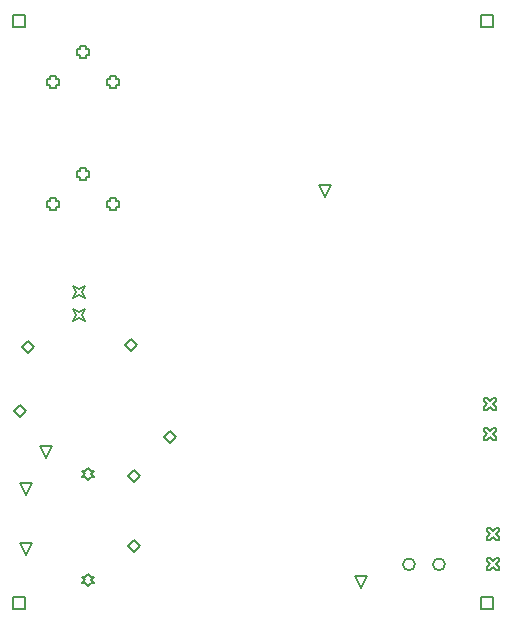
<source format=gbr>
%TF.GenerationSoftware,Altium Limited,Altium Designer,20.0.10 (225)*%
G04 Layer_Color=2752767*
%FSLAX26Y26*%
%MOIN*%
%TF.FileFunction,Drawing*%
%TF.Part,Single*%
G01*
G75*
%TA.AperFunction,NonConductor*%
%ADD74C,0.005000*%
%ADD75C,0.006667*%
D74*
X4930000Y1090000D02*
Y1130000D01*
X4970000D01*
Y1090000D01*
X4930000D01*
X3370000D02*
Y1130000D01*
X3410000D01*
Y1090000D01*
X3370000D01*
X4930000Y3030000D02*
Y3070000D01*
X4970000D01*
Y3030000D01*
X4930000D01*
X3370000D02*
Y3070000D01*
X3410000D01*
Y3030000D01*
X3370000D01*
X3480000Y1595000D02*
X3460000Y1635000D01*
X3500000D01*
X3480000Y1595000D01*
X4530000Y1160000D02*
X4510000Y1200000D01*
X4550000D01*
X4530000Y1160000D01*
X4410000Y2465000D02*
X4390000Y2505000D01*
X4430000D01*
X4410000Y2465000D01*
X3415000Y1270000D02*
X3395000Y1310000D01*
X3435000D01*
X3415000Y1270000D01*
Y1470000D02*
X3395000Y1510000D01*
X3435000D01*
X3415000Y1470000D01*
X3620000Y1167835D02*
X3630000Y1177835D01*
X3640000D01*
X3630000Y1187835D01*
X3640000Y1197835D01*
X3630000D01*
X3620000Y1207835D01*
X3610000Y1197835D01*
X3600000D01*
X3610000Y1187835D01*
X3600000Y1177835D01*
X3610000D01*
X3620000Y1167835D01*
Y1522165D02*
X3630000Y1532165D01*
X3640000D01*
X3630000Y1542165D01*
X3640000Y1552165D01*
X3630000D01*
X3620000Y1562165D01*
X3610000Y1552165D01*
X3600000D01*
X3610000Y1542165D01*
X3600000Y1532165D01*
X3610000D01*
X3620000Y1522165D01*
X3570728Y2129370D02*
X3580728Y2149370D01*
X3570728Y2169370D01*
X3590728Y2159370D01*
X3610728Y2169370D01*
X3600728Y2149370D01*
X3610728Y2129370D01*
X3590728Y2139370D01*
X3570728Y2129370D01*
Y2050630D02*
X3580728Y2070630D01*
X3570728Y2090630D01*
X3590728Y2080630D01*
X3610728Y2090630D01*
X3600728Y2070630D01*
X3610728Y2050630D01*
X3590728Y2060630D01*
X3570728Y2050630D01*
X3495000Y2836378D02*
Y2826378D01*
X3515000D01*
Y2836378D01*
X3525000D01*
Y2856378D01*
X3515000D01*
Y2866378D01*
X3495000D01*
Y2856378D01*
X3485000D01*
Y2836378D01*
X3495000D01*
X3595000Y2936378D02*
Y2926378D01*
X3615000D01*
Y2936378D01*
X3625000D01*
Y2956378D01*
X3615000D01*
Y2966378D01*
X3595000D01*
Y2956378D01*
X3585000D01*
Y2936378D01*
X3595000D01*
X3695000Y2836378D02*
Y2826378D01*
X3715000D01*
Y2836378D01*
X3725000D01*
Y2856378D01*
X3715000D01*
Y2866378D01*
X3695000D01*
Y2856378D01*
X3685000D01*
Y2836378D01*
X3695000D01*
X3495000Y2430000D02*
Y2420000D01*
X3515000D01*
Y2430000D01*
X3525000D01*
Y2450000D01*
X3515000D01*
Y2460000D01*
X3495000D01*
Y2450000D01*
X3485000D01*
Y2430000D01*
X3495000D01*
X3595000Y2530000D02*
Y2520000D01*
X3615000D01*
Y2530000D01*
X3625000D01*
Y2550000D01*
X3615000D01*
Y2560000D01*
X3595000D01*
Y2550000D01*
X3585000D01*
Y2530000D01*
X3595000D01*
X3695000Y2430000D02*
Y2420000D01*
X3715000D01*
Y2430000D01*
X3725000D01*
Y2450000D01*
X3715000D01*
Y2460000D01*
X3695000D01*
Y2450000D01*
X3685000D01*
Y2430000D01*
X3695000D01*
X4950000Y1320000D02*
X4960000D01*
X4970000Y1330000D01*
X4980000Y1320000D01*
X4990000D01*
Y1330000D01*
X4980000Y1340000D01*
X4990000Y1350000D01*
Y1360000D01*
X4980000D01*
X4970000Y1350000D01*
X4960000Y1360000D01*
X4950000D01*
Y1350000D01*
X4960000Y1340000D01*
X4950000Y1330000D01*
Y1320000D01*
Y1220000D02*
X4960000D01*
X4970000Y1230000D01*
X4980000Y1220000D01*
X4990000D01*
Y1230000D01*
X4980000Y1240000D01*
X4990000Y1250000D01*
Y1260000D01*
X4980000D01*
X4970000Y1250000D01*
X4960000Y1260000D01*
X4950000D01*
Y1250000D01*
X4960000Y1240000D01*
X4950000Y1230000D01*
Y1220000D01*
X4940000Y1655000D02*
X4950000D01*
X4960000Y1665000D01*
X4970000Y1655000D01*
X4980000D01*
Y1665000D01*
X4970000Y1675000D01*
X4980000Y1685000D01*
Y1695000D01*
X4970000D01*
X4960000Y1685000D01*
X4950000Y1695000D01*
X4940000D01*
Y1685000D01*
X4950000Y1675000D01*
X4940000Y1665000D01*
Y1655000D01*
Y1755000D02*
X4950000D01*
X4960000Y1765000D01*
X4970000Y1755000D01*
X4980000D01*
Y1765000D01*
X4970000Y1775000D01*
X4980000Y1785000D01*
Y1795000D01*
X4970000D01*
X4960000Y1785000D01*
X4950000Y1795000D01*
X4940000D01*
Y1785000D01*
X4950000Y1775000D01*
X4940000Y1765000D01*
Y1755000D01*
X3400000Y1965000D02*
X3420000Y1985000D01*
X3440000Y1965000D01*
X3420000Y1945000D01*
X3400000Y1965000D01*
X3875000Y1665000D02*
X3895000Y1685000D01*
X3915000Y1665000D01*
X3895000Y1645000D01*
X3875000Y1665000D01*
X3745000Y1970000D02*
X3765000Y1990000D01*
X3785000Y1970000D01*
X3765000Y1950000D01*
X3745000Y1970000D01*
X3375000Y1750000D02*
X3395000Y1770000D01*
X3415000Y1750000D01*
X3395000Y1730000D01*
X3375000Y1750000D01*
X3755000Y1535000D02*
X3775000Y1555000D01*
X3795000Y1535000D01*
X3775000Y1515000D01*
X3755000Y1535000D01*
Y1300000D02*
X3775000Y1320000D01*
X3795000Y1300000D01*
X3775000Y1280000D01*
X3755000Y1300000D01*
D75*
X4710000Y1240000D02*
G03*
X4710000Y1240000I-20000J0D01*
G01*
X4810000D02*
G03*
X4810000Y1240000I-20000J0D01*
G01*
%TF.MD5,17aa4a3220495c3c3e52bb0d9a305302*%
M02*

</source>
